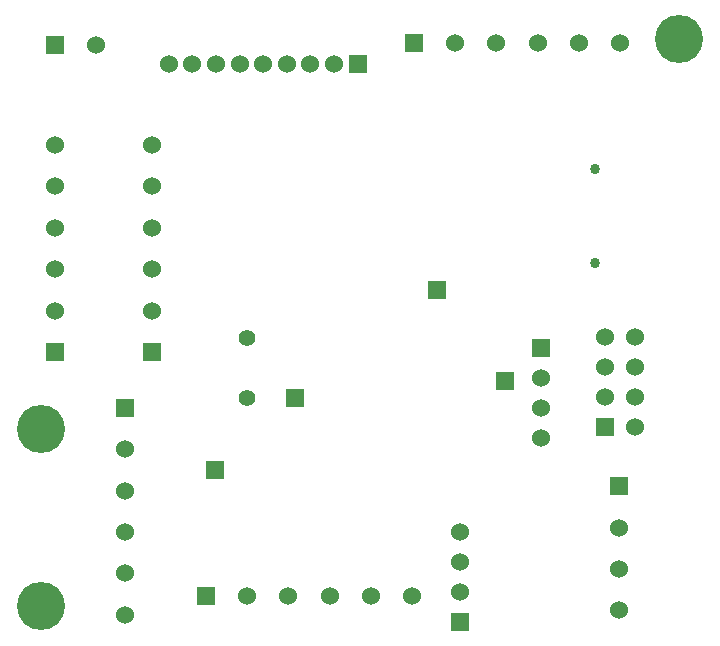
<source format=gbs>
G04 (created by PCBNEW (2013-may-18)-stable) date Вт 17 фев 2015 22:42:46*
%MOIN*%
G04 Gerber Fmt 3.4, Leading zero omitted, Abs format*
%FSLAX34Y34*%
G01*
G70*
G90*
G04 APERTURE LIST*
%ADD10C,0.00590551*%
%ADD11R,0.06X0.06*%
%ADD12C,0.06*%
%ADD13C,0.034*%
%ADD14C,0.056*%
%ADD15C,0.16*%
G04 APERTURE END LIST*
G54D10*
G54D11*
X32440Y-34043D03*
G54D12*
X32440Y-32665D03*
X32440Y-31287D03*
X32440Y-29909D03*
X32440Y-28531D03*
X32440Y-27153D03*
G54D11*
X29212Y-34043D03*
G54D12*
X29212Y-32665D03*
X29212Y-31287D03*
X29212Y-29909D03*
X29212Y-28531D03*
X29212Y-27153D03*
G54D11*
X41153Y-23740D03*
G54D12*
X42531Y-23740D03*
X43909Y-23740D03*
X45287Y-23740D03*
X46665Y-23740D03*
X48043Y-23740D03*
G54D11*
X34224Y-42165D03*
G54D12*
X35602Y-42165D03*
X36980Y-42165D03*
X38358Y-42165D03*
X39736Y-42165D03*
X41113Y-42165D03*
G54D11*
X31535Y-35917D03*
G54D12*
X31535Y-37295D03*
X31535Y-38673D03*
X31535Y-40050D03*
X31535Y-41428D03*
X31535Y-42806D03*
G54D11*
X29203Y-23818D03*
G54D12*
X30581Y-23818D03*
G54D11*
X47531Y-36539D03*
G54D12*
X48531Y-36539D03*
X47531Y-35539D03*
X48531Y-35539D03*
X47531Y-34539D03*
X48531Y-34539D03*
X47531Y-33539D03*
X48531Y-33539D03*
G54D11*
X42716Y-43035D03*
G54D12*
X42716Y-42035D03*
X42716Y-41035D03*
X42716Y-40035D03*
G54D11*
X45400Y-33900D03*
G54D12*
X45400Y-34900D03*
X45400Y-35900D03*
X45400Y-36900D03*
G54D11*
X44200Y-35000D03*
X41929Y-31968D03*
X37204Y-35590D03*
X34527Y-37992D03*
G54D13*
X47210Y-31083D03*
X47210Y-27933D03*
G54D14*
X35590Y-35566D03*
X35590Y-33566D03*
G54D11*
X48000Y-38522D03*
G54D12*
X48000Y-39900D03*
X48000Y-41277D03*
X48000Y-42655D03*
G54D11*
X39291Y-24448D03*
G54D12*
X38503Y-24448D03*
X37716Y-24448D03*
X36929Y-24448D03*
X36141Y-24448D03*
X35354Y-24448D03*
X34566Y-24448D03*
X33779Y-24448D03*
X32992Y-24448D03*
G54D15*
X50000Y-23622D03*
X28740Y-42519D03*
X28740Y-36614D03*
M02*

</source>
